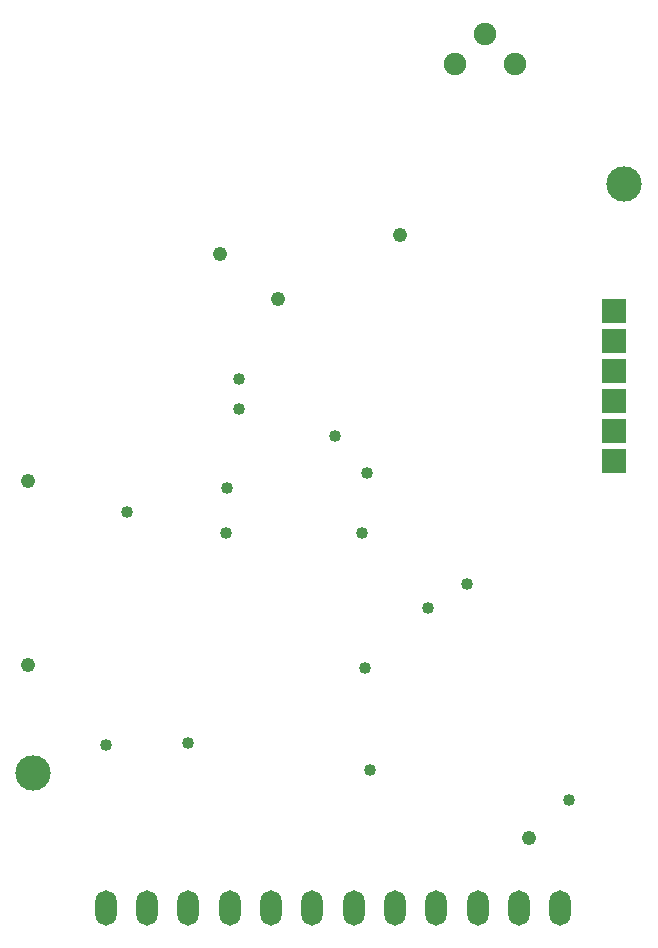
<source format=gbr>
%FSLAX23Y23*%
%MOIN*%
%ADD21O,0.07087X0.11811*%
%ADD23R,0.08000X0.08000*%
%ADD28C,0.04000*%
%ADD26C,0.04800*%
%ADD75C,0.07500*%
%ADD15C,0.11811*%
X000Y000D02*
D02*
D15*
X253Y771D03*
X2223Y2732D03*
D02*
D21*
X494Y321D03*
X632D03*
X770D03*
X907D03*
X1045D03*
X1183D03*
X1321D03*
X1458D03*
X1596D03*
X1734D03*
X1872D03*
X2010D03*
D02*
D23*
X2189Y1809D03*
Y1909D03*
Y2009D03*
Y2109D03*
Y2209D03*
Y2309D03*
D02*
D26*
X234Y1129D03*
Y1744D03*
X874Y2499D03*
X1069Y2349D03*
X1474Y2564D03*
X1904Y554D03*
D02*
D28*
X494Y864D03*
X564Y1639D03*
X769Y869D03*
X894Y1569D03*
X899Y1719D03*
X939Y1984D03*
Y2084D03*
X1259Y1894D03*
X1349Y1569D03*
X1359Y1119D03*
X1364Y1769D03*
X1374Y779D03*
X1569Y1319D03*
X1699Y1399D03*
X2039Y679D03*
D02*
D75*
X1659Y3134D03*
X1759Y3234D03*
X1859Y3134D03*
X000Y000D02*
M02*

</source>
